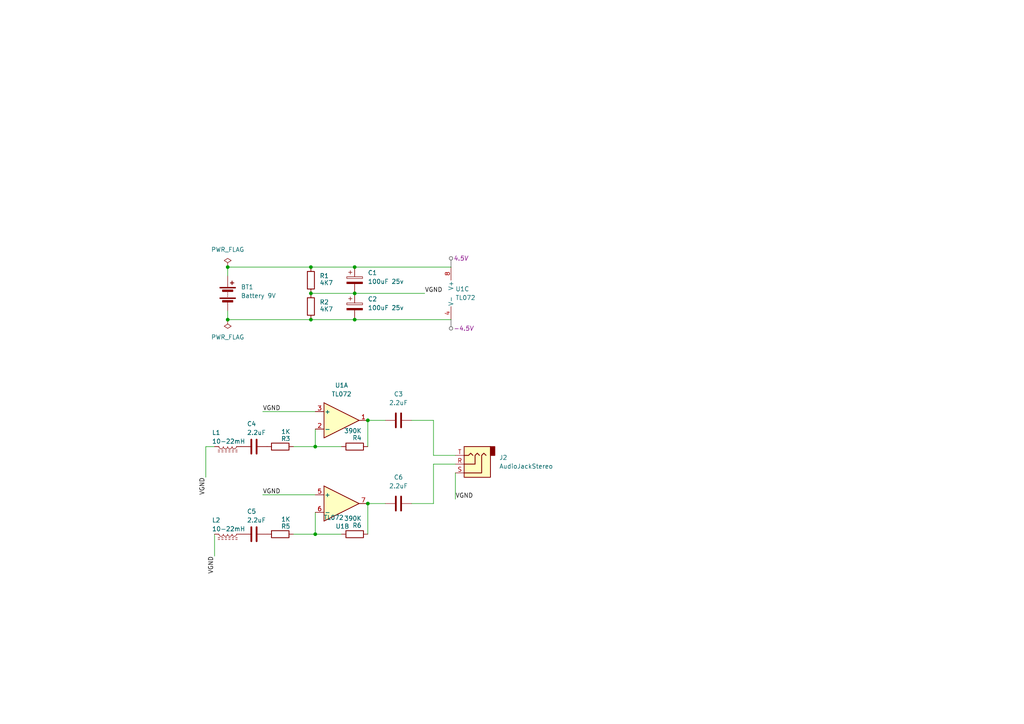
<source format=kicad_sch>
(kicad_sch (version 20231120) (generator "eeschema") (generator_version "8.0")
  (paper "A4")
  (lib_symbols
    (symbol "Amplifier_Operational:TL072" (pin_names (offset 0.127))
      (property "Reference" "U" (at 0 5.08 0))
      (property "Value" "TL072" (at 0 -5.08 0))
      (symbol "TL072_1_1"
        (polyline (pts (xy -5.08 5.08) (xy 5.08 0) (xy -5.08 -5.08) (xy -5.08 5.08)) (stroke (width 0.254)) (fill (type background)))
        (pin output line (at 7.62 0 180) (length 2.54) (name "~") (number "1"))
        (pin input line (at -7.62 -2.54 0) (length 2.54) (name "-") (number "2"))
        (pin input line (at -7.62 2.54 0) (length 2.54) (name "+") (number "3"))
      )
      (symbol "TL072_2_1"
        (polyline (pts (xy -5.08 5.08) (xy 5.08 0) (xy -5.08 -5.08) (xy -5.08 5.08)) (stroke (width 0.254)) (fill (type background)))
        (pin input line (at -7.62 2.54 0) (length 2.54) (name "+") (number "5"))
        (pin input line (at -7.62 -2.54 0) (length 2.54) (name "-") (number "6"))
        (pin output line (at 7.62 0 180) (length 2.54) (name "~") (number "7"))
      )
      (symbol "TL072_3_1"
        (pin power_in line (at -2.54 -7.62 90) (length 3.81) (name "V-") (number "4"))
        (pin power_in line (at -2.54 7.62 270) (length 3.81) (name "V+") (number "8"))
      )
    )
    (symbol "Connector_Audio:AudioJack3"
      (property "Reference" "J" (at 0 8.89 0))
      (property "Value" "AudioJack3" (at 0 6.35 0))
      (symbol "AudioJack3_0_1"
        (rectangle (start -5.08 -5.08) (end -6.35 -2.54) (stroke (width 0.254)) (fill (type outline)))
        (polyline (pts (xy 0 -2.54) (xy 0.635 -3.175) (xy 1.27 -2.54) (xy 2.54 -2.54)) (stroke (width 0.254)))
        (polyline (pts (xy -1.905 -2.54) (xy -1.27 -3.175) (xy -0.635 -2.54) (xy -0.635 0) (xy 2.54 0)) (stroke (width 0.254)))
        (polyline (pts (xy 2.54 2.54) (xy -2.54 2.54) (xy -2.54 -2.54) (xy -3.175 -3.175) (xy -3.81 -2.54)) (stroke (width 0.254)))
        (rectangle (start 2.54 3.81) (end -5.08 -5.08) (stroke (width 0.254)) (fill (type background)))
      )
      (symbol "AudioJack3_1_1"
        (pin passive line (at 5.08 0 180) (length 2.54) (name "~") (number "R"))
        (pin passive line (at 5.08 2.54 180) (length 2.54) (name "~") (number "S"))
        (pin passive line (at 5.08 -2.54 180) (length 2.54) (name "~") (number "T"))
      )
    )
    (symbol "Device:Battery" (pin_numbers hide) (pin_names (offset 0) hide)
      (property "Reference" "BT" (at 2.54 2.54 0))
      (property "Value" "Battery" (at 2.54 0 0))
      (symbol "Battery_0_1"
        (rectangle (start -2.286 -1.27) (end 2.286 -1.524) (fill (type outline)))
        (rectangle (start -2.286 1.778) (end 2.286 1.524) (fill (type outline)))
        (rectangle (start -1.524 -2.032) (end 1.524 -2.54) (fill (type outline)))
        (rectangle (start -1.524 1.016) (end 1.524 0.508) (fill (type outline)))
        (polyline (pts (xy 0 -1.016) (xy 0 -0.762)))
        (polyline (pts (xy 0 -0.508) (xy 0 -0.254)))
        (polyline (pts (xy 0 0) (xy 0 0.254)))
        (polyline (pts (xy 0 1.778) (xy 0 2.54)))
        (polyline (pts (xy 0.762 3.048) (xy 1.778 3.048)) (stroke (width 0.254)))
        (polyline (pts (xy 1.27 3.556) (xy 1.27 2.54)) (stroke (width 0.254)))
      )
      (symbol "Battery_1_1"
        (pin passive line (at 0 5.08 270) (length 2.54) (name "+") (number "1"))
        (pin passive line (at 0 -5.08 90) (length 2.54) (name "-") (number "2"))
      )
    )
    (symbol "Device:C" (pin_numbers hide) (pin_names (offset 0.254))
      (property "Reference" "C" (at 0.635 2.54 0))
      (property "Value" "C" (at 0.635 -2.54 0))
      (symbol "C_0_1"
        (polyline (pts (xy -2.032 -0.762) (xy 2.032 -0.762)) (stroke (width 0.508)))
        (polyline (pts (xy -2.032 0.762) (xy 2.032 0.762)) (stroke (width 0.508)))
      )
      (symbol "C_1_1"
        (pin passive line (at 0 3.81 270) (length 2.794) (name "~") (number "1"))
        (pin passive line (at 0 -3.81 90) (length 2.794) (name "~") (number "2"))
      )
    )
    (symbol "Device:C_Polarized" (pin_numbers hide) (pin_names (offset 0.254))
      (property "Reference" "C" (at 0.635 2.54 0))
      (property "Value" "C_Polarized" (at 0.635 -2.54 0))
      (symbol "C_Polarized_0_1"
        (rectangle (start -2.286 0.508) (end 2.286 1.016))
        (polyline (pts (xy -1.778 2.286) (xy -0.762 2.286)))
        (polyline (pts (xy -1.27 2.794) (xy -1.27 1.778)))
        (rectangle (start 2.286 -0.508) (end -2.286 -1.016) (fill (type outline)))
      )
      (symbol "C_Polarized_1_1"
        (pin passive line (at 0 3.81 270) (length 2.794) (name "~") (number "1"))
        (pin passive line (at 0 -3.81 90) (length 2.794) (name "~") (number "2"))
      )
    )
    (symbol "Device:L_Ferrite" (pin_numbers hide) (pin_names (offset 1.016) hide)
      (property "Reference" "L" (at -1.27 0 90))
      (property "Value" "L_Ferrite" (at 2.794 0 90))
      (symbol "L_Ferrite_0_1"
        (arc (start 0 -2.54) (mid 0.6323 -1.905) (end 0 -1.27))
        (arc (start 0 -1.27) (mid 0.6323 -0.635) (end 0 0))
        (polyline (pts (xy 1.016 -2.794) (xy 1.016 -2.286)))
        (polyline (pts (xy 1.016 -1.778) (xy 1.016 -1.27)))
        (polyline (pts (xy 1.016 -0.762) (xy 1.016 -0.254)))
        (polyline (pts (xy 1.016 0.254) (xy 1.016 0.762)))
        (polyline (pts (xy 1.016 1.27) (xy 1.016 1.778)))
        (polyline (pts (xy 1.016 2.286) (xy 1.016 2.794)))
        (polyline (pts (xy 1.524 -2.286) (xy 1.524 -2.794)))
        (polyline (pts (xy 1.524 -1.27) (xy 1.524 -1.778)))
        (polyline (pts (xy 1.524 -0.254) (xy 1.524 -0.762)))
        (polyline (pts (xy 1.524 0.762) (xy 1.524 0.254)))
        (polyline (pts (xy 1.524 1.778) (xy 1.524 1.27)))
        (polyline (pts (xy 1.524 2.794) (xy 1.524 2.286)))
        (arc (start 0 0) (mid 0.6323 0.635) (end 0 1.27))
        (arc (start 0 1.27) (mid 0.6323 1.905) (end 0 2.54))
      )
      (symbol "L_Ferrite_1_1"
        (pin passive line (at 0 3.81 270) (length 1.27) (name "1") (number "1"))
        (pin passive line (at 0 -3.81 90) (length 1.27) (name "2") (number "2"))
      )
    )
    (symbol "Device:R" (pin_numbers hide) (pin_names (offset 0))
      (property "Reference" "R" (at 2.032 0 90))
      (property "Value" "R" (at 0 0 90))
      (symbol "R_0_1"
        (rectangle (start -1.016 -2.54) (end 1.016 2.54) (stroke (width 0.254)))
      )
      (symbol "R_1_1"
        (pin passive line (at 0 3.81 270) (length 1.27) (name "~") (number "1"))
        (pin passive line (at 0 -3.81 90) (length 1.27) (name "~") (number "2"))
      )
    )
    (symbol "power:PWR_FLAG" (power) (pin_numbers hide) (pin_names (offset 0) hide)
      (property "Value" "PWR_FLAG" (at 0 3.81 0))
      (symbol "PWR_FLAG_0_0"
        (pin power_out line (at 0 0 90) (length 0) (name "~") (number "1"))
      )
      (symbol "PWR_FLAG_0_1"
        (polyline (pts (xy 0 0) (xy 0 1.27) (xy -1.016 1.905) (xy 0 2.54) (xy 1.016 1.905) (xy 0 1.27)))
      )
    )
  )
  (junction (at 102.87 85.09))
  (junction (at 90.17 92.71))
  (junction (at 106.68 146.05))
  (junction (at 91.44 154.94))
  (junction (at 91.44 129.54))
  (junction (at 66.04 77.47))
  (junction (at 66.04 92.71))
  (junction (at 102.87 77.47))
  (junction (at 102.87 92.71))
  (junction (at 90.17 85.09))
  (junction (at 106.68 121.92))
  (junction (at 90.17 77.47))
  (wire (pts (xy 85.09 154.94) (xy 91.44 154.94)))
  (wire (pts (xy 119.38 121.92) (xy 125.73 121.92)))
  (wire (pts (xy 102.87 92.71) (xy 130.81 92.71)))
  (wire (pts (xy 125.73 132.08) (xy 132.08 132.08)))
  (wire (pts (xy 66.04 90.17) (xy 66.04 92.71)))
  (wire (pts (xy 125.73 121.92) (xy 125.73 132.08)))
  (wire (pts (xy 85.09 129.54) (xy 91.44 129.54)))
  (wire (pts (xy 125.73 134.62) (xy 132.08 134.62)))
  (wire (pts (xy 62.23 129.54) (xy 59.69 129.54)))
  (wire (pts (xy 91.44 124.46) (xy 91.44 129.54)))
  (wire (pts (xy 76.2 143.51) (xy 91.44 143.51)))
  (wire (pts (xy 90.17 85.09) (xy 102.87 85.09)))
  (wire (pts (xy 132.08 137.16) (xy 132.08 144.78)))
  (wire (pts (xy 102.87 77.47) (xy 130.81 77.47)))
  (wire (pts (xy 59.69 129.54) (xy 59.69 138.43)))
  (wire (pts (xy 91.44 154.94) (xy 99.06 154.94)))
  (wire (pts (xy 91.44 148.59) (xy 91.44 154.94)))
  (wire (pts (xy 90.17 77.47) (xy 66.04 77.47)))
  (wire (pts (xy 106.68 121.92) (xy 111.76 121.92)))
  (wire (pts (xy 102.87 77.47) (xy 90.17 77.47)))
  (wire (pts (xy 66.04 77.47) (xy 66.04 80.01)))
  (wire (pts (xy 102.87 85.09) (xy 123.19 85.09)))
  (wire (pts (xy 91.44 119.38) (xy 76.2 119.38)))
  (wire (pts (xy 106.68 146.05) (xy 111.76 146.05)))
  (wire (pts (xy 119.38 146.05) (xy 125.73 146.05)))
  (wire (pts (xy 66.04 92.71) (xy 90.17 92.71)))
  (wire (pts (xy 125.73 146.05) (xy 125.73 134.62)))
  (wire (pts (xy 91.44 129.54) (xy 99.06 129.54)))
  (wire (pts (xy 106.68 121.92) (xy 106.68 129.54)))
  (wire (pts (xy 106.68 146.05) (xy 106.68 154.94)))
  (wire (pts (xy 90.17 92.71) (xy 102.87 92.71)))
  (wire (pts (xy 62.23 154.94) (xy 62.23 161.29)))
  (label "VGND" (at 76.2 143.51 0))
  (label "VGND" (at 59.69 138.43 270))
  (label "VGND" (at 62.23 161.29 270))
  (label "VGND" (at 76.2 119.38 0))
  (label "VGND" (at 132.08 144.78 0))
  (label "VGND" (at 123.19 85.09 0))
  (netclass_flag "" (length 2.54) (shape round) (at 130.81 77.47 0) (property "Netclass" "4.5V" (at 131.5085 74.93 0) (effects (font (italic yes)) (justify left))))
  (netclass_flag "" (length 2.54) (shape round) (at 130.81 92.71 180) (property "Netclass" "-4.5V" (at 131.5085 95.25 0) (effects (font (italic yes)) (justify left))))
  (symbol (lib_id "Device:R") (at 90.17 88.9 0) (unit 1)
    (property "Reference" "R2" (at 92.71 87.6299 0) (effects (justify left)))
    (property "Value" "4K7" (at 92.71 89.662 0) (effects (justify left)))
    (property "Footprint" "Resistor_THT:R_Axial_DIN0207_L6.3mm_D2.5mm_P10.16mm_Horizontal" (effects (hide yes)))
    (property "Description" "Resistor" (effects (hide yes)))
  )
  (symbol (lib_id "Amplifier_Operational:TL072") (at 99.06 121.92 0) (unit 1)
    (property "Reference" "U1" (at 99.06 111.76 0))
    (property "Value" "TL072" (at 99.06 114.3 0))
    (property "Footprint" "Package_DIP:DIP-8_W7.62mm_Socket_LongPads" (effects (hide yes)))
    (property "Datasheet" "http://www.ti.com/lit/ds/symlink/tl072.pdf" (effects (hide yes)))
    (property "Description" "Dual Low-Noise JFET-Input Operational Amplifiers, DIP-8/SOIC-8" (effects (hide yes)))
  )
  (symbol (lib_id "power:PWR_FLAG") (at 66.04 92.71 180) (unit 1)
    (property "Reference" "#FLG02" (effects (hide yes)))
    (property "Value" "PWR_FLAG" (at 66.04 97.79 0))
    (property "Description" "Special symbol for telling ERC where power comes from" (effects (hide yes)))
  )
  (symbol (lib_id "Device:C") (at 73.66 129.54 270) (unit 1)
    (property "Reference" "C4" (at 71.628 122.936 90) (effects (justify left)))
    (property "Value" "2.2uF" (at 71.628 125.476 90) (effects (justify left)))
    (property "Footprint" "Capacitor_THT:C_Rect_L7.2mm_W3.0mm_P5.00mm_FKS2_FKP2_MKS2_MKP2" (effects (hide yes)))
    (property "Description" "Unpolarized capacitor" (effects (hide yes)))
  )
  (symbol (lib_id "Device:C") (at 115.57 146.05 270) (unit 1)
    (property "Reference" "C6" (at 115.57 138.43 90))
    (property "Value" "2.2uF" (at 115.57 140.97 90))
    (property "Footprint" "Capacitor_THT:C_Rect_L7.2mm_W3.0mm_P5.00mm_FKS2_FKP2_MKS2_MKP2" (effects (hide yes)))
    (property "Description" "Unpolarized capacitor" (effects (hide yes)))
  )
  (symbol (lib_id "Connector_Audio:AudioJack3") (at 137.16 134.62 180) (unit 1)
    (property "Reference" "J2" (at 144.78 132.7149 0) (effects (justify right)))
    (property "Value" "AudioJackStereo" (at 144.78 135.2549 0) (effects (justify right)))
    (property "Description" "Audio Jack, 3 Poles (Stereo / TRS)" (effects (hide yes)))
  )
  (symbol (lib_id "Device:C") (at 73.66 154.94 270) (unit 1)
    (property "Reference" "C5" (at 71.628 148.336 90) (effects (justify left)))
    (property "Value" "2.2uF" (at 71.628 150.876 90) (effects (justify left)))
    (property "Footprint" "Capacitor_THT:C_Rect_L7.2mm_W3.0mm_P5.00mm_FKS2_FKP2_MKS2_MKP2" (effects (hide yes)))
    (property "Description" "Unpolarized capacitor" (effects (hide yes)))
  )
  (symbol (lib_id "Device:R") (at 81.28 154.94 270) (unit 1)
    (property "Reference" "R5" (at 81.534 152.654 90) (effects (justify left)))
    (property "Value" "1K" (at 81.534 150.622 90) (effects (justify left)))
    (property "Footprint" "Resistor_THT:R_Axial_DIN0207_L6.3mm_D2.5mm_P10.16mm_Horizontal" (effects (hide yes)))
    (property "Description" "Resistor" (effects (hide yes)))
  )
  (symbol (lib_id "Device:R") (at 102.87 129.54 90) (unit 1)
    (property "Reference" "R4" (at 104.902 127 90) (effects (justify left)))
    (property "Value" "390K" (at 104.902 124.9679 90) (effects (justify left)))
    (property "Footprint" "Resistor_THT:R_Axial_DIN0207_L6.3mm_D2.5mm_P10.16mm_Horizontal" (effects (hide yes)))
    (property "Description" "Resistor" (effects (hide yes)))
  )
  (symbol (lib_id "Amplifier_Operational:TL072") (at 133.35 85.09 0) (unit 3)
    (property "Reference" "U1" (at 132.08 83.8199 0) (effects (justify left)))
    (property "Value" "TL072" (at 132.08 86.3599 0) (effects (justify left)))
    (property "Footprint" "Package_DIP:DIP-8_W7.62mm_Socket_LongPads" (effects (hide yes)))
    (property "Datasheet" "http://www.ti.com/lit/ds/symlink/tl072.pdf" (effects (hide yes)))
    (property "Description" "Dual Low-Noise JFET-Input Operational Amplifiers, DIP-8/SOIC-8" (effects (hide yes)))
  )
  (symbol (lib_id "Device:R") (at 102.87 154.94 90) (unit 1)
    (property "Reference" "R6" (at 104.902 152.4 90) (effects (justify left)))
    (property "Value" "390K" (at 104.902 150.3679 90) (effects (justify left)))
    (property "Footprint" "Resistor_THT:R_Axial_DIN0207_L6.3mm_D2.5mm_P10.16mm_Horizontal" (effects (hide yes)))
    (property "Description" "Resistor" (effects (hide yes)))
  )
  (symbol (lib_id "Device:Battery") (at 66.04 85.09 0) (unit 1)
    (property "Reference" "BT1" (at 69.85 83.2484 0) (effects (justify left)))
    (property "Value" "Battery 9V" (at 69.85 85.7884 0) (effects (justify left)))
    (property "Footprint" "TerminalBlock_Philmore:TerminalBlock_Philmore_TB132_1x02_P5.00mm_Horizontal" (effects (hide yes)))
    (property "Description" "Multiple-cell battery" (effects (hide yes)))
  )
  (symbol (lib_id "Device:C_Polarized") (at 102.87 88.9 0) (unit 1)
    (property "Reference" "C2" (at 106.68 86.7409 0) (effects (justify left)))
    (property "Value" "100uF 25v" (at 106.68 89.2809 0) (effects (justify left)))
    (property "Footprint" "Capacitor_THT:CP_Radial_D8.0mm_P5.00mm" (effects (hide yes)))
    (property "Description" "Polarized capacitor" (effects (hide yes)))
  )
  (symbol (lib_id "power:PWR_FLAG") (at 66.04 77.47 0) (unit 1)
    (property "Reference" "#FLG01" (effects (hide yes)))
    (property "Value" "PWR_FLAG" (at 66.04 72.39 0))
    (property "Description" "Special symbol for telling ERC where power comes from" (effects (hide yes)))
  )
  (symbol (lib_id "Device:C_Polarized") (at 102.87 81.28 0) (unit 1)
    (property "Reference" "C1" (at 106.68 79.1209 0) (effects (justify left)))
    (property "Value" "100uF 25v" (at 106.68 81.6609 0) (effects (justify left)))
    (property "Footprint" "Capacitor_THT:CP_Radial_D8.0mm_P5.00mm" (effects (hide yes)))
    (property "Description" "Polarized capacitor" (effects (hide yes)))
  )
  (symbol (lib_id "Device:L_Ferrite") (at 66.04 129.54 270) (unit 1)
    (property "Reference" "L1" (at 61.468 125.476 90) (effects (justify left)))
    (property "Value" "10-22mH" (at 61.468 128.016 90) (effects (justify left)))
    (property "Footprint" "Inductor_THT:L_Radial_D8.7mm_P5.00mm_Fastron_07HCP" (effects (hide yes)))
    (property "Description" "Inductor with ferrite core" (effects (hide yes)))
  )
  (symbol (lib_id "Device:C") (at 115.57 121.92 270) (unit 1)
    (property "Reference" "C3" (at 115.57 114.3 90))
    (property "Value" "2.2uF" (at 115.57 116.84 90))
    (property "Footprint" "Capacitor_THT:C_Rect_L7.2mm_W3.0mm_P5.00mm_FKS2_FKP2_MKS2_MKP2" (effects (hide yes)))
    (property "Description" "Unpolarized capacitor" (effects (hide yes)))
  )
  (symbol (lib_id "Device:R") (at 81.28 129.54 270) (unit 1)
    (property "Reference" "R3" (at 81.534 127.254 90) (effects (justify left)))
    (property "Value" "1K" (at 81.534 125.222 90) (effects (justify left)))
    (property "Footprint" "Resistor_THT:R_Axial_DIN0207_L6.3mm_D2.5mm_P10.16mm_Horizontal" (effects (hide yes)))
    (property "Description" "Resistor" (effects (hide yes)))
  )
  (symbol (lib_id "Device:R") (at 90.17 81.28 0) (unit 1)
    (property "Reference" "R1" (at 92.71 80.0099 0) (effects (justify left)))
    (property "Value" "4K7" (at 92.71 82.042 0) (effects (justify left)))
    (property "Footprint" "Resistor_THT:R_Axial_DIN0207_L6.3mm_D2.5mm_P10.16mm_Horizontal" (effects (hide yes)))
    (property "Description" "Resistor" (effects (hide yes)))
  )
  (symbol (lib_id "Amplifier_Operational:TL072") (at 99.06 146.05 0) (unit 2)
    (property "Reference" "U1" (at 99.314 152.654 0))
    (property "Value" "TL072" (at 96.774 150.114 0))
    (property "Footprint" "Package_DIP:DIP-8_W7.62mm_Socket_LongPads" (effects (hide yes)))
    (property "Datasheet" "http://www.ti.com/lit/ds/symlink/tl072.pdf" (effects (hide yes)))
    (property "Description" "Dual Low-Noise JFET-Input Operational Amplifiers, DIP-8/SOIC-8" (effects (hide yes)))
  )
  (symbol (lib_id "Device:L_Ferrite") (at 66.04 154.94 270) (unit 1)
    (property "Reference" "L2" (at 61.468 150.876 90) (effects (justify left)))
    (property "Value" "10-22mH" (at 61.468 153.416 90) (effects (justify left)))
    (property "Footprint" "Inductor_THT:L_Radial_D8.7mm_P5.00mm_Fastron_07HCP" (effects (hide yes)))
    (property "Description" "Inductor with ferrite core" (effects (hide yes)))
  )
)
</source>
